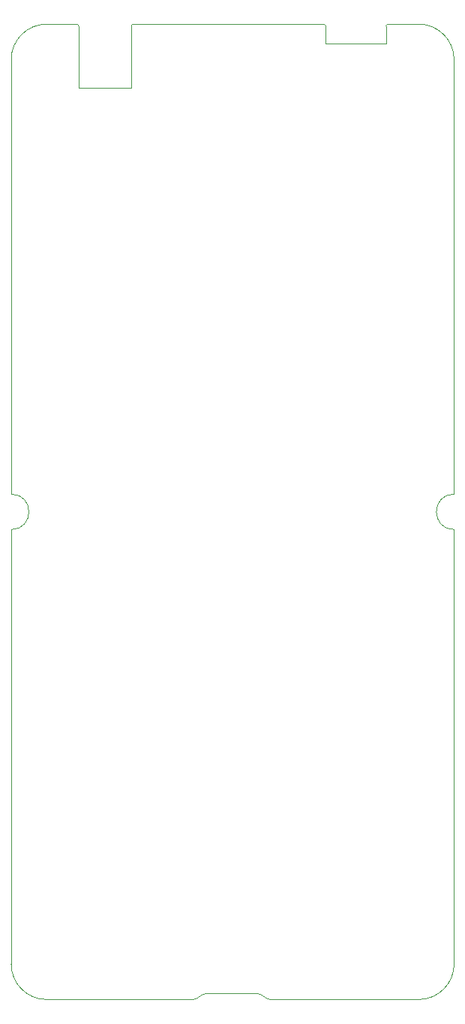
<source format=gbr>
G04*
G04 #@! TF.GenerationSoftware,Altium Limited,Altium Designer,23.0.1 (38)*
G04*
G04 Layer_Color=0*
%FSLAX25Y25*%
%MOIN*%
G70*
G04*
G04 #@! TF.SameCoordinates,5AACE2FC-F550-4568-A226-762E45A29E99*
G04*
G04*
G04 #@! TF.FilePolarity,Positive*
G04*
G01*
G75*
%ADD131C,0.00100*%
D131*
X333465Y371654D02*
Y564567D01*
D02*
G03*
X333465Y580315I0J7874D01*
G01*
Y773228D01*
D02*
G02*
X349213Y788976I15748J0D01*
G01*
X362560D01*
D02*
G02*
X363497Y788039I0J-937D01*
G01*
Y760556D01*
X386897D01*
Y788039D01*
D02*
G02*
X387834Y788976I937J0D01*
G01*
X472441D01*
D02*
G02*
X473228Y788189I0J-787D01*
G01*
Y780315D01*
X500000D01*
Y788189D01*
D02*
G02*
X500787Y788976I787J0D01*
G01*
X514567D01*
D02*
G02*
X530315Y773228I0J-15748D01*
G01*
Y580315D01*
D02*
G03*
X530315Y564567I0J-7874D01*
G01*
Y371654D01*
D02*
G02*
X514567Y355906I-15748J0D01*
G01*
X448636D01*
D02*
G02*
X446260Y356890I0J3360D01*
G01*
D02*
G03*
X441886Y358702I-4374J-4374D01*
G01*
X421106D01*
D02*
G03*
X416732Y356890I0J-6186D01*
G01*
D02*
G02*
X414356Y355906I-2376J2376D01*
G01*
X349213D01*
D02*
G02*
X333465Y371654I0J15748D01*
G01*
M02*

</source>
